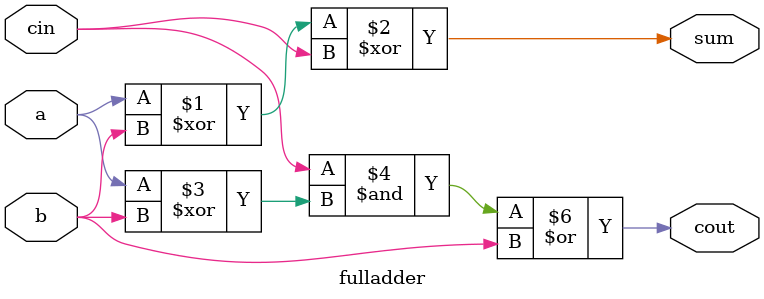
<source format=sv>
`timescale 1ns / 1ps

module fulladder(input bit a,b,cin ,output bit sum,cout);
 
  assign sum = a^b^cin;
  assign cout = cin&(a^b) | &b;
  
endmodule
  
</source>
